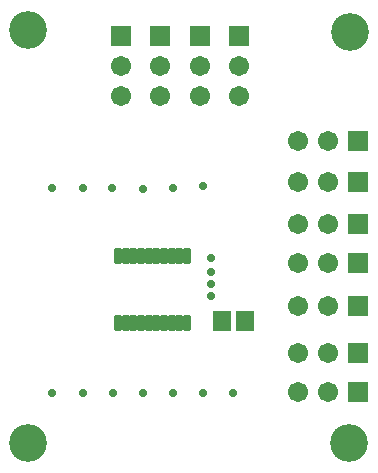
<source format=gbs>
G04*
G04 #@! TF.GenerationSoftware,Altium Limited,Altium Designer,23.0.1 (38)*
G04*
G04 Layer_Color=16711935*
%FSLAX25Y25*%
%MOIN*%
G70*
G04*
G04 #@! TF.SameCoordinates,7FA53B3A-F1D1-4194-8ECC-15494960791F*
G04*
G04*
G04 #@! TF.FilePolarity,Negative*
G04*
G01*
G75*
%ADD19R,0.06312X0.06706*%
%ADD23R,0.06706X0.06706*%
%ADD24C,0.06706*%
%ADD25R,0.06706X0.06706*%
%ADD26C,0.02800*%
%ADD27C,0.12611*%
G04:AMPARAMS|DCode=35|XSize=23.75mil|YSize=55.24mil|CornerRadius=5.97mil|HoleSize=0mil|Usage=FLASHONLY|Rotation=180.000|XOffset=0mil|YOffset=0mil|HoleType=Round|Shape=RoundedRectangle|*
%AMROUNDEDRECTD35*
21,1,0.02375,0.04331,0,0,180.0*
21,1,0.01181,0.05524,0,0,180.0*
1,1,0.01194,-0.00591,0.02165*
1,1,0.01194,0.00591,0.02165*
1,1,0.01194,0.00591,-0.02165*
1,1,0.01194,-0.00591,-0.02165*
%
%ADD35ROUNDEDRECTD35*%
D19*
X272563Y304500D02*
D03*
X280437D02*
D03*
D23*
X318000Y337000D02*
D03*
Y324000D02*
D03*
Y351000D02*
D03*
Y281000D02*
D03*
Y309500D02*
D03*
Y294000D02*
D03*
Y364500D02*
D03*
D24*
X308000Y337000D02*
D03*
X298000D02*
D03*
X308000Y324000D02*
D03*
X298000D02*
D03*
X308000Y351000D02*
D03*
X298000D02*
D03*
X308000Y281000D02*
D03*
X298000D02*
D03*
X308000Y309500D02*
D03*
X298000D02*
D03*
X308000Y294000D02*
D03*
X298000D02*
D03*
X308000Y364500D02*
D03*
X298000D02*
D03*
X278500Y389500D02*
D03*
Y379500D02*
D03*
X265500Y389500D02*
D03*
Y379500D02*
D03*
X252000Y389500D02*
D03*
Y379500D02*
D03*
X239000Y389500D02*
D03*
Y379500D02*
D03*
D25*
X278500Y399500D02*
D03*
X265500D02*
D03*
X252000D02*
D03*
X239000D02*
D03*
D26*
X258457Y326220D02*
D03*
X261000Y326000D02*
D03*
X240500D02*
D03*
X269000Y325500D02*
D03*
Y321000D02*
D03*
Y317000D02*
D03*
Y313000D02*
D03*
X248220Y303780D02*
D03*
X255898D02*
D03*
X250780D02*
D03*
X253339D02*
D03*
X261016D02*
D03*
X240543D02*
D03*
X237984D02*
D03*
X243102D02*
D03*
X245661D02*
D03*
X216000Y349000D02*
D03*
X226500D02*
D03*
X236000D02*
D03*
X246500Y348500D02*
D03*
X256500Y349000D02*
D03*
X266500Y349500D02*
D03*
X276500Y280500D02*
D03*
X266500D02*
D03*
X256500D02*
D03*
X246500D02*
D03*
X236500D02*
D03*
X226500D02*
D03*
X216000D02*
D03*
D27*
X315000Y264000D02*
D03*
X208000D02*
D03*
Y401500D02*
D03*
X315500Y401000D02*
D03*
D35*
X261016Y303780D02*
D03*
X258457D02*
D03*
X255898D02*
D03*
X253339D02*
D03*
X250780D02*
D03*
X248220D02*
D03*
X245661D02*
D03*
X243102D02*
D03*
X240543D02*
D03*
X237984D02*
D03*
X261016Y326220D02*
D03*
X258457D02*
D03*
X255898D02*
D03*
X253339D02*
D03*
X250780D02*
D03*
X248220D02*
D03*
X245661D02*
D03*
X243102D02*
D03*
X240543D02*
D03*
X237984D02*
D03*
M02*

</source>
